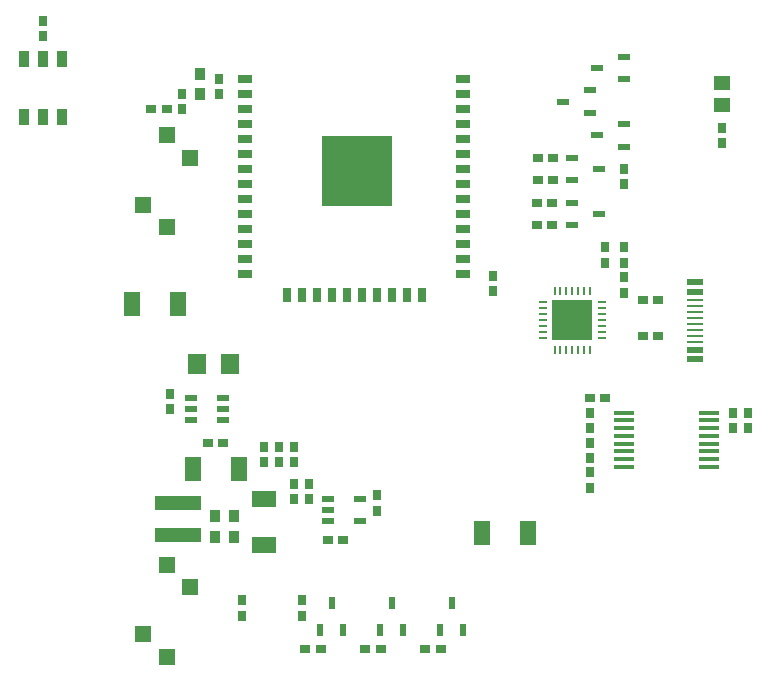
<source format=gbr>
G04 DipTrace 3.3.1.3*
G04 TopPaste.gbr*
%MOIN*%
G04 #@! TF.FileFunction,Paste,Top*
G04 #@! TF.Part,Single*
%AMOUTLINE8*
4,1,4,
0.027543,0.010811,
0.027543,-0.010811,
-0.027543,-0.010811,
-0.027543,0.010811,
0.027543,0.010811,
0*%
%AMOUTLINE11*
4,1,4,
0.027543,0.004906,
0.027543,-0.004906,
-0.027543,-0.004906,
-0.027543,0.004906,
0.027543,0.004906,
0*%
%AMOUTLINE20*
4,1,4,
0.024,-0.014748,
-0.024,-0.014748,
-0.024,0.014748,
0.024,0.014748,
0.024,-0.014748,
0*%
%AMOUTLINE23*
4,1,4,
-0.014748,-0.024,
-0.014748,0.024,
0.014748,0.024,
0.014748,-0.024,
-0.014748,-0.024,
0*%
%AMOUTLINE26*
4,1,4,
0.11711,-0.11711,
-0.11711,-0.11711,
-0.11711,0.11711,
0.11711,0.11711,
0.11711,-0.11711,
0*%
%ADD72R,0.03737X0.057055*%
%ADD74R,0.068866X0.013748*%
%ADD76R,0.135795X0.135795*%
%ADD78O,0.009811X0.031465*%
%ADD80O,0.031465X0.009811*%
%ADD82R,0.041307X0.021622*%
%ADD84R,0.053118X0.053118*%
%ADD86R,0.023591X0.039339*%
%ADD88R,0.15548X0.049181*%
%ADD100R,0.039339X0.023591*%
%ADD102R,0.057055X0.049181*%
%ADD106R,0.053118X0.080677*%
%ADD112R,0.080677X0.053118*%
%ADD114R,0.060992X0.068866*%
%ADD120R,0.025559X0.033433*%
%ADD122R,0.03737X0.041307*%
%ADD124R,0.033433X0.025559*%
%ADD138OUTLINE8*%
%ADD141OUTLINE11*%
%ADD150OUTLINE20*%
%ADD153OUTLINE23*%
%ADD156OUTLINE26*%
%FSLAX26Y26*%
G04*
G70*
G90*
G75*
G01*
G04 TopPaste*
%LPD*%
D124*
X850000Y787500D3*
X798819D3*
D122*
X775000Y1950000D3*
Y2016929D3*
D120*
X837500Y1950000D3*
Y2001181D3*
D122*
X887500Y475000D3*
Y541929D3*
X825000Y475000D3*
Y541929D3*
D120*
X987500Y723819D3*
Y775000D3*
X1087500Y600000D3*
Y651181D3*
X1137500Y600000D3*
Y651181D3*
X1362500Y612500D3*
Y561319D3*
D114*
X762500Y1050000D3*
X872736D3*
D124*
X662500Y1900000D3*
X611319D3*
D120*
X2600591Y888091D3*
Y836909D3*
X2550000Y887500D3*
Y836319D3*
X2187500Y1387500D3*
Y1438681D3*
X2125000Y1387500D3*
Y1438681D3*
X2187500Y1287500D3*
Y1338681D3*
X2075000Y887500D3*
Y836319D3*
Y787500D3*
Y736319D3*
D124*
X2125000Y937500D3*
X2073819D3*
D120*
X2075000Y637500D3*
Y688681D3*
X249016Y2142102D3*
Y2193283D3*
D112*
X987500Y600000D3*
Y446462D3*
D106*
X700000Y1250000D3*
X546462D3*
X750000Y700000D3*
X903538D3*
X1712500Y487500D3*
X1866038D3*
D102*
X2512500Y1987303D3*
Y1912500D3*
D100*
X2187500Y2000000D3*
Y2074803D3*
X2096949Y2037402D3*
X2075000Y1887500D3*
Y1962303D3*
X1984449Y1924902D3*
X2187500Y1775000D3*
Y1849803D3*
X2096949Y1812402D3*
D138*
X2422159Y1066047D3*
Y1097543D3*
D141*
Y1125102D3*
Y1144787D3*
Y1164472D3*
Y1184157D3*
Y1203843D3*
Y1223528D3*
Y1243213D3*
Y1262898D3*
D138*
Y1290457D3*
Y1321953D3*
D88*
X700000Y587500D3*
Y481201D3*
D150*
X925000Y2000000D3*
Y1950000D3*
Y1900000D3*
Y1850000D3*
Y1800000D3*
Y1750000D3*
Y1700000D3*
Y1650000D3*
Y1600000D3*
Y1550000D3*
Y1500000D3*
Y1450000D3*
Y1400000D3*
Y1350000D3*
D153*
X1062500Y1281251D3*
X1112500D3*
X1162500D3*
X1212500D3*
X1262500D3*
X1312500D3*
X1362500D3*
X1412500D3*
X1462500D3*
X1512500D3*
D150*
X1650000Y1350000D3*
Y1400000D3*
Y1450000D3*
Y1500000D3*
Y1550000D3*
Y1600000D3*
Y1650000D3*
Y1700000D3*
Y1750000D3*
Y1800000D3*
Y1850000D3*
Y1900000D3*
Y1950000D3*
Y2000000D3*
D156*
X1297391Y1693012D3*
D100*
X2012500Y1737500D3*
Y1662697D3*
X2103051Y1700098D3*
X2012500Y1587500D3*
Y1512697D3*
X2103051Y1550098D3*
D86*
X1175000Y162500D3*
X1249803D3*
X1212402Y253051D3*
X1375000Y162500D3*
X1449803D3*
X1412402Y253051D3*
X1575000Y162500D3*
X1649803D3*
X1612402Y253051D3*
D120*
X712500Y1950000D3*
Y1898819D3*
X1037500Y775000D3*
Y723819D3*
D124*
X1199409Y463091D3*
X1250591D3*
D120*
X675000Y950000D3*
Y898819D3*
X1087500Y723819D3*
Y775000D3*
X1750000Y1343749D3*
Y1292568D3*
D124*
X1950000Y1662500D3*
X1898819D3*
X1900000Y1737500D3*
X1951181D3*
D120*
X2512500Y1837500D3*
Y1786319D3*
D124*
X1895375Y1587500D3*
X1946556D3*
X2250000Y1262500D3*
X2301181D3*
X2250000Y1143749D3*
X2301181D3*
X1946556Y1512500D3*
X1895375D3*
D120*
X2187500Y1650000D3*
Y1701181D3*
X912500Y262500D3*
Y211319D3*
X1112500Y262500D3*
Y211319D3*
D124*
X1176181Y100000D3*
X1125000D3*
X1376181D3*
X1325000D3*
X1576181D3*
X1525000D3*
D84*
X662500Y1812500D3*
Y1505413D3*
X583760Y1580217D3*
X741240Y1737697D3*
X662500Y381251D3*
Y74164D3*
X583760Y148967D3*
X741240Y306448D3*
D82*
X1200000Y600000D3*
Y562598D3*
Y525197D3*
X1306299D3*
Y600000D3*
X850000Y862500D3*
Y899902D3*
Y937303D3*
X743701D3*
Y899902D3*
Y862500D3*
D80*
X2112500Y1137500D3*
Y1157185D3*
Y1176870D3*
Y1196555D3*
Y1216240D3*
Y1235925D3*
Y1255610D3*
D78*
X2073130Y1294980D3*
X2053445D3*
X2033760D3*
X2014075D3*
X1994390D3*
X1974705D3*
X1955020D3*
D80*
X1915650Y1255610D3*
Y1235925D3*
Y1216240D3*
Y1196555D3*
Y1176870D3*
Y1157185D3*
Y1137500D3*
D78*
X1955020Y1098130D3*
X1974705D3*
X1994390D3*
X2014075D3*
X2033760D3*
X2053445D3*
X2073130D3*
D76*
X2014075Y1196555D3*
D74*
X2187500Y887500D3*
Y861909D3*
Y836319D3*
Y810728D3*
Y785138D3*
Y759547D3*
Y733957D3*
Y708366D3*
X2470965D3*
Y733957D3*
Y759547D3*
Y785138D3*
Y810728D3*
Y836319D3*
Y861909D3*
Y887500D3*
D72*
X186516Y2067102D3*
Y1874189D3*
X249508D3*
Y2067102D3*
X312500D3*
Y1874189D3*
M02*

</source>
